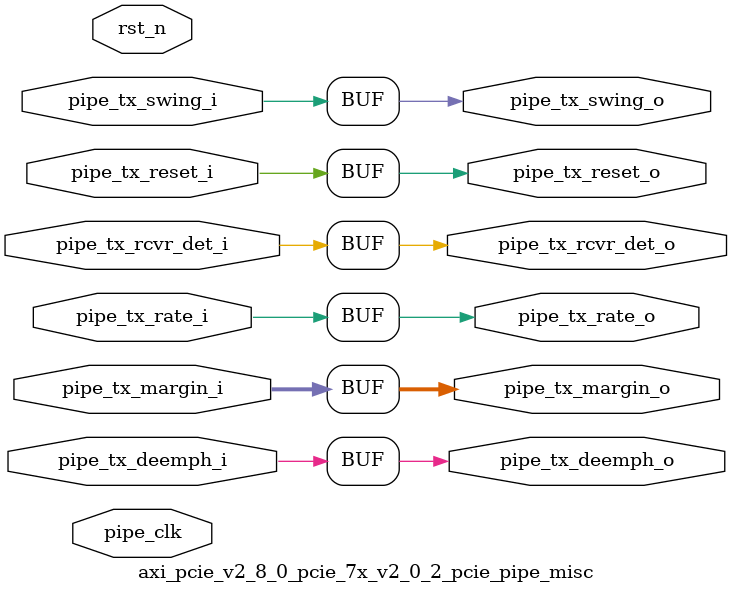
<source format=v>

`timescale 1ps/1ps

module axi_pcie_v2_8_0_pcie_7x_v2_0_2_pcie_pipe_misc #
(
    parameter        PIPE_PIPELINE_STAGES = 0    // 0 - 0 stages, 1 - 1 stage, 2 - 2 stages
)
(

    input   wire        pipe_tx_rcvr_det_i       ,     // PIPE Tx Receiver Detect
    input   wire        pipe_tx_reset_i          ,     // PIPE Tx Reset
    input   wire        pipe_tx_rate_i           ,     // PIPE Tx Rate
    input   wire        pipe_tx_deemph_i         ,     // PIPE Tx Deemphasis
    input   wire [2:0]  pipe_tx_margin_i         ,     // PIPE Tx Margin
    input   wire        pipe_tx_swing_i          ,     // PIPE Tx Swing

    output  wire        pipe_tx_rcvr_det_o       ,     // Pipelined PIPE Tx Receiver Detect
    output  wire        pipe_tx_reset_o          ,     // Pipelined PIPE Tx Reset
    output  wire        pipe_tx_rate_o           ,     // Pipelined PIPE Tx Rate
    output  wire        pipe_tx_deemph_o         ,     // Pipelined PIPE Tx Deemphasis
    output  wire [2:0]  pipe_tx_margin_o         ,     // Pipelined PIPE Tx Margin
    output  wire        pipe_tx_swing_o          ,     // Pipelined PIPE Tx Swing

    input   wire        pipe_clk                ,      // PIPE Clock
    input   wire        rst_n                          // Reset
);

//******************************************************************//
// Reality check.                                                   //
//******************************************************************//

    localparam TCQ  = 1;      // clock to out delay model

    generate

    if (PIPE_PIPELINE_STAGES == 0) begin : pipe_stages_0

        assign pipe_tx_rcvr_det_o = pipe_tx_rcvr_det_i;
        assign pipe_tx_reset_o  = pipe_tx_reset_i;
        assign pipe_tx_rate_o = pipe_tx_rate_i;
        assign pipe_tx_deemph_o = pipe_tx_deemph_i;
        assign pipe_tx_margin_o = pipe_tx_margin_i;
        assign pipe_tx_swing_o = pipe_tx_swing_i;

    end // if (PIPE_PIPELINE_STAGES == 0)
    else if (PIPE_PIPELINE_STAGES == 1) begin : pipe_stages_1

    reg                pipe_tx_rcvr_det_q       ;
    reg                pipe_tx_reset_q          ;
    reg                pipe_tx_rate_q           ;
    reg                pipe_tx_deemph_q         ;
    reg [2:0]          pipe_tx_margin_q         ;
    reg                pipe_tx_swing_q          ;

        always @(posedge pipe_clk) begin

        if (rst_n)
        begin

            pipe_tx_rcvr_det_q <= #TCQ 0;
            pipe_tx_reset_q  <= #TCQ 1'b1;
            pipe_tx_rate_q <= #TCQ 0;
            pipe_tx_deemph_q <= #TCQ 1'b1;
            pipe_tx_margin_q <= #TCQ 0;
            pipe_tx_swing_q <= #TCQ 0;

        end
        else
        begin

            pipe_tx_rcvr_det_q <= #TCQ pipe_tx_rcvr_det_i;
            pipe_tx_reset_q  <= #TCQ pipe_tx_reset_i;
            pipe_tx_rate_q <= #TCQ pipe_tx_rate_i;
            pipe_tx_deemph_q <= #TCQ pipe_tx_deemph_i;
            pipe_tx_margin_q <= #TCQ pipe_tx_margin_i;
            pipe_tx_swing_q <= #TCQ pipe_tx_swing_i;

          end

        end

        assign pipe_tx_rcvr_det_o = pipe_tx_rcvr_det_q;
        assign pipe_tx_reset_o  = pipe_tx_reset_q;
        assign pipe_tx_rate_o = pipe_tx_rate_q;
        assign pipe_tx_deemph_o = pipe_tx_deemph_q;
        assign pipe_tx_margin_o = pipe_tx_margin_q;
        assign pipe_tx_swing_o = pipe_tx_swing_q;

    end // if (PIPE_PIPELINE_STAGES == 1)
    else if (PIPE_PIPELINE_STAGES == 2) begin : pipe_stages_2

    reg                pipe_tx_rcvr_det_q       ;
    reg                pipe_tx_reset_q          ;
    reg                pipe_tx_rate_q           ;
    reg                pipe_tx_deemph_q         ;
    reg [2:0]          pipe_tx_margin_q         ;
    reg                pipe_tx_swing_q          ;

    reg                pipe_tx_rcvr_det_qq      ;
    reg                pipe_tx_reset_qq         ;
    reg                pipe_tx_rate_qq          ;
    reg                pipe_tx_deemph_qq        ;
    reg [2:0]          pipe_tx_margin_qq        ;
    reg                pipe_tx_swing_qq         ;

        always @(posedge pipe_clk) begin

        if (rst_n)
        begin

            pipe_tx_rcvr_det_q <= #TCQ 0;
            pipe_tx_reset_q  <= #TCQ 1'b1;
            pipe_tx_rate_q <= #TCQ 0;
            pipe_tx_deemph_q <= #TCQ 1'b1;
            pipe_tx_margin_q <= #TCQ 0;
            pipe_tx_swing_q <= #TCQ 0;

            pipe_tx_rcvr_det_qq <= #TCQ 0;
            pipe_tx_reset_qq  <= #TCQ 1'b1;
            pipe_tx_rate_qq <= #TCQ 0;
            pipe_tx_deemph_qq <= #TCQ 1'b1;
            pipe_tx_margin_qq <= #TCQ 0;
            pipe_tx_swing_qq <= #TCQ 0;

        end
        else
        begin

            pipe_tx_rcvr_det_q <= #TCQ pipe_tx_rcvr_det_i;
            pipe_tx_reset_q  <= #TCQ pipe_tx_reset_i;
            pipe_tx_rate_q <= #TCQ pipe_tx_rate_i;
            pipe_tx_deemph_q <= #TCQ pipe_tx_deemph_i;
            pipe_tx_margin_q <= #TCQ pipe_tx_margin_i;
            pipe_tx_swing_q <= #TCQ pipe_tx_swing_i;

            pipe_tx_rcvr_det_qq <= #TCQ pipe_tx_rcvr_det_q;
            pipe_tx_reset_qq  <= #TCQ pipe_tx_reset_q;
            pipe_tx_rate_qq <= #TCQ pipe_tx_rate_q;
            pipe_tx_deemph_qq <= #TCQ pipe_tx_deemph_q;
            pipe_tx_margin_qq <= #TCQ pipe_tx_margin_q;
            pipe_tx_swing_qq <= #TCQ pipe_tx_swing_q;

          end

        end

        assign pipe_tx_rcvr_det_o = pipe_tx_rcvr_det_qq;
        assign pipe_tx_reset_o  = pipe_tx_reset_qq;
        assign pipe_tx_rate_o = pipe_tx_rate_qq;
        assign pipe_tx_deemph_o = pipe_tx_deemph_qq;
        assign pipe_tx_margin_o = pipe_tx_margin_qq;
        assign pipe_tx_swing_o = pipe_tx_swing_qq;

    end // if (PIPE_PIPELINE_STAGES == 2)

    endgenerate

endmodule


</source>
